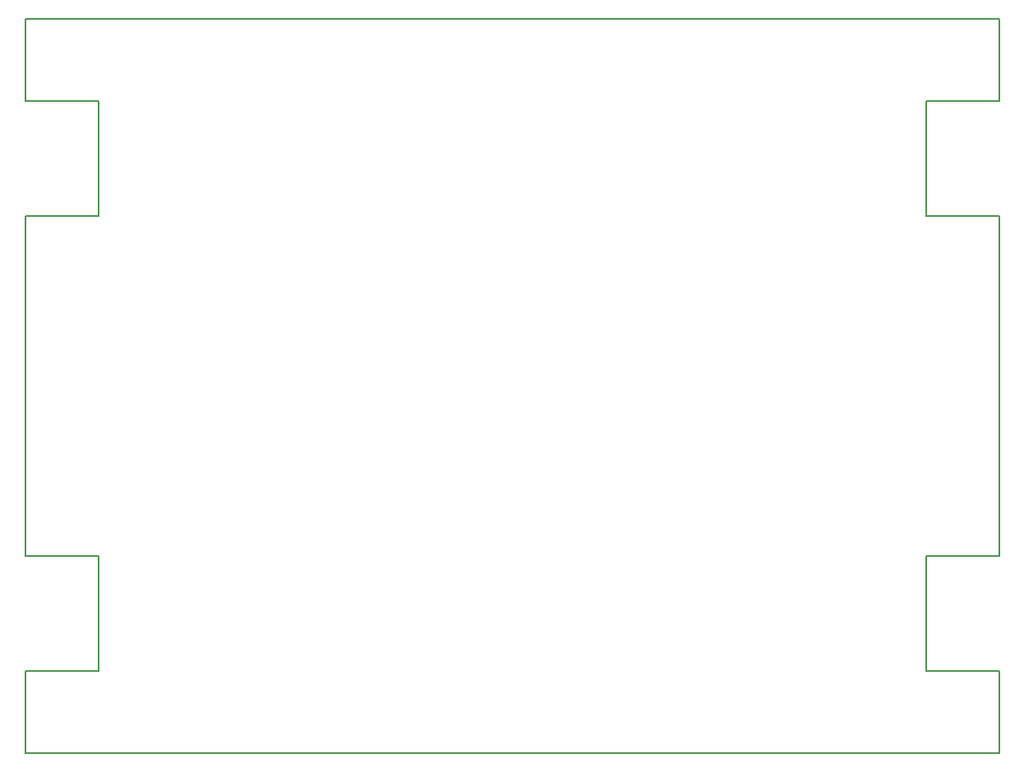
<source format=gbr>
%TF.GenerationSoftware,KiCad,Pcbnew,7.0.7-7.0.7~ubuntu20.04.1*%
%TF.CreationDate,2023-08-28T21:56:30+02:00*%
%TF.ProjectId,ledPCB,6c656450-4342-42e6-9b69-6361645f7063,rev?*%
%TF.SameCoordinates,PX8741bb8PY60eb478*%
%TF.FileFunction,Profile,NP*%
%FSLAX46Y46*%
G04 Gerber Fmt 4.6, Leading zero omitted, Abs format (unit mm)*
G04 Created by KiCad (PCBNEW 7.0.7-7.0.7~ubuntu20.04.1) date 2023-08-28 21:56:30*
%MOMM*%
%LPD*%
G01*
G04 APERTURE LIST*
%TA.AperFunction,Profile*%
%ADD10C,0.160000*%
%TD*%
G04 APERTURE END LIST*
D10*
X18711Y37620516D02*
X-50162578Y37620516D01*
X-50162578Y37620516D02*
X-50162578Y29184591D01*
X-50162578Y29184591D02*
X-42602728Y29184591D01*
X-42602728Y29184591D02*
X-42602728Y17315409D01*
X-42602728Y17315409D02*
X-50162578Y17315409D01*
X-50162578Y17315409D02*
X-50162578Y-17715409D01*
X-50162578Y-17715409D02*
X-42602728Y-17715409D01*
X-42602728Y-17715409D02*
X-42602728Y-29584591D01*
X-42602728Y-29584591D02*
X-50162578Y-29584591D01*
X-50162578Y-29584591D02*
X-50162578Y-38020516D01*
X-50162578Y-38020516D02*
X18711Y-38020516D01*
X50200000Y-38020516D02*
X18711Y-38020516D01*
X50200000Y-29584591D02*
X50200000Y-38020516D01*
X42640150Y-29584591D02*
X50200000Y-29584591D01*
X42640150Y-17715409D02*
X42640150Y-29584591D01*
X50200000Y-17715409D02*
X42640150Y-17715409D01*
X50200000Y17315409D02*
X50200000Y-17715409D01*
X42640150Y17315409D02*
X50200000Y17315409D01*
X42640150Y29184591D02*
X42640150Y17315409D01*
X50200000Y29184591D02*
X42640150Y29184591D01*
X50200000Y37620516D02*
X50200000Y29184591D01*
X18711Y37620516D02*
X50200000Y37620516D01*
M02*

</source>
